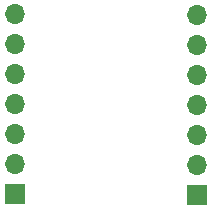
<source format=gbr>
%TF.GenerationSoftware,KiCad,Pcbnew,(7.0.0)*%
%TF.CreationDate,2023-04-14T16:10:04+02:00*%
%TF.ProjectId,ATtiny-final,41547469-6e79-42d6-9669-6e616c2e6b69,rev?*%
%TF.SameCoordinates,Original*%
%TF.FileFunction,Soldermask,Bot*%
%TF.FilePolarity,Negative*%
%FSLAX46Y46*%
G04 Gerber Fmt 4.6, Leading zero omitted, Abs format (unit mm)*
G04 Created by KiCad (PCBNEW (7.0.0)) date 2023-04-14 16:10:04*
%MOMM*%
%LPD*%
G01*
G04 APERTURE LIST*
%ADD10R,1.700000X1.700000*%
%ADD11O,1.700000X1.700000*%
G04 APERTURE END LIST*
D10*
%TO.C,J1*%
X158999999Y-106699999D03*
D11*
X158999999Y-104159999D03*
X158999999Y-101619999D03*
X158999999Y-99079999D03*
X158999999Y-96539999D03*
X158999999Y-93999999D03*
X158999999Y-91459999D03*
%TD*%
D10*
%TO.C,J2*%
X143599999Y-106659999D03*
D11*
X143599999Y-104119999D03*
X143599999Y-101579999D03*
X143599999Y-99039999D03*
X143599999Y-96499999D03*
X143599999Y-93959999D03*
X143599999Y-91419999D03*
%TD*%
M02*

</source>
